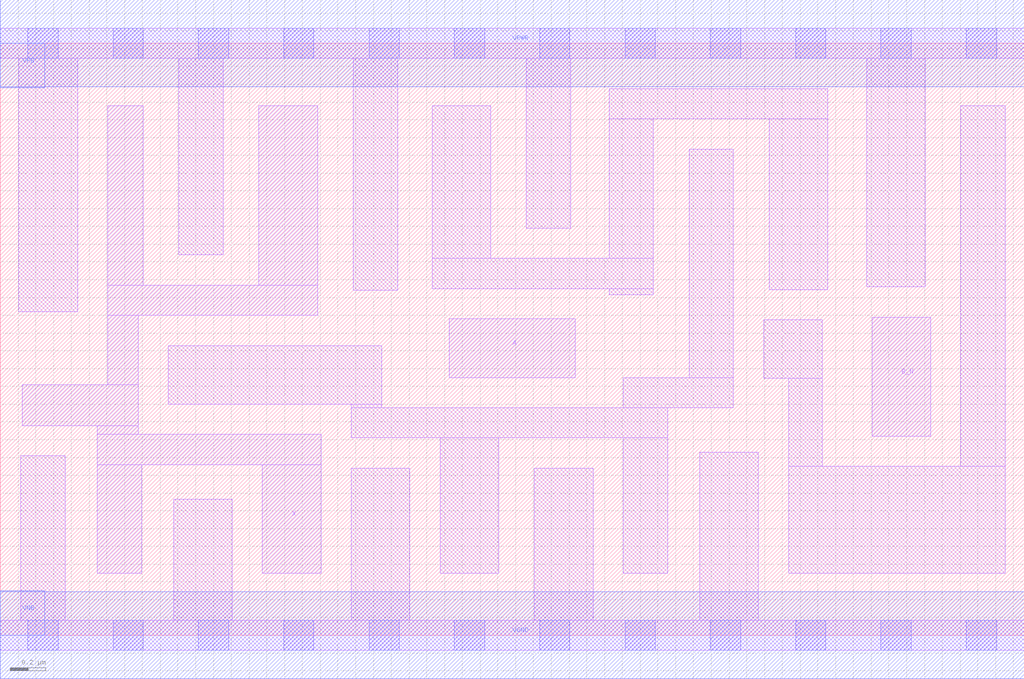
<source format=lef>
# Copyright 2020 The SkyWater PDK Authors
#
# Licensed under the Apache License, Version 2.0 (the "License");
# you may not use this file except in compliance with the License.
# You may obtain a copy of the License at
#
#     https://www.apache.org/licenses/LICENSE-2.0
#
# Unless required by applicable law or agreed to in writing, software
# distributed under the License is distributed on an "AS IS" BASIS,
# WITHOUT WARRANTIES OR CONDITIONS OF ANY KIND, either express or implied.
# See the License for the specific language governing permissions and
# limitations under the License.
#
# SPDX-License-Identifier: Apache-2.0

VERSION 5.5 ;
NAMESCASESENSITIVE ON ;
BUSBITCHARS "[]" ;
DIVIDERCHAR "/" ;
MACRO sky130_fd_sc_hs__or2b_4
  CLASS CORE ;
  SOURCE USER ;
  ORIGIN  0.000000  0.000000 ;
  SIZE  5.760000 BY  3.330000 ;
  SYMMETRY X Y ;
  SITE unit ;
  PIN A
    ANTENNAGATEAREA  0.492000 ;
    DIRECTION INPUT ;
    USE SIGNAL ;
    PORT
      LAYER li1 ;
        RECT 2.525000 1.450000 3.235000 1.780000 ;
    END
  END A
  PIN B_N
    ANTENNAGATEAREA  0.246000 ;
    DIRECTION INPUT ;
    USE SIGNAL ;
    PORT
      LAYER li1 ;
        RECT 4.905000 1.120000 5.235000 1.790000 ;
    END
  END B_N
  PIN X
    ANTENNADIFFAREA  1.104900 ;
    DIRECTION OUTPUT ;
    USE SIGNAL ;
    PORT
      LAYER li1 ;
        RECT 0.125000 1.180000 0.775000 1.410000 ;
        RECT 0.545000 0.350000 0.795000 0.960000 ;
        RECT 0.545000 0.960000 1.805000 1.130000 ;
        RECT 0.545000 1.130000 0.775000 1.180000 ;
        RECT 0.605000 1.410000 0.775000 1.800000 ;
        RECT 0.605000 1.800000 1.785000 1.970000 ;
        RECT 0.605000 1.970000 0.805000 2.980000 ;
        RECT 1.455000 1.970000 1.785000 2.980000 ;
        RECT 1.475000 0.350000 1.805000 0.960000 ;
    END
  END X
  PIN VGND
    DIRECTION INOUT ;
    USE GROUND ;
    PORT
      LAYER met1 ;
        RECT 0.000000 -0.245000 5.760000 0.245000 ;
    END
  END VGND
  PIN VNB
    DIRECTION INOUT ;
    USE GROUND ;
    PORT
    END
  END VNB
  PIN VPB
    DIRECTION INOUT ;
    USE POWER ;
    PORT
    END
  END VPB
  PIN VNB
    DIRECTION INOUT ;
    USE GROUND ;
    PORT
      LAYER met1 ;
        RECT 0.000000 0.000000 0.250000 0.250000 ;
    END
  END VNB
  PIN VPB
    DIRECTION INOUT ;
    USE POWER ;
    PORT
      LAYER met1 ;
        RECT 0.000000 3.080000 0.250000 3.330000 ;
    END
  END VPB
  PIN VPWR
    DIRECTION INOUT ;
    USE POWER ;
    PORT
      LAYER met1 ;
        RECT 0.000000 3.085000 5.760000 3.575000 ;
    END
  END VPWR
  OBS
    LAYER li1 ;
      RECT 0.000000 -0.085000 5.760000 0.085000 ;
      RECT 0.000000  3.245000 5.760000 3.415000 ;
      RECT 0.105000  1.820000 0.435000 3.245000 ;
      RECT 0.115000  0.085000 0.365000 1.010000 ;
      RECT 0.945000  1.300000 2.145000 1.630000 ;
      RECT 0.975000  0.085000 1.305000 0.765000 ;
      RECT 1.005000  2.140000 1.255000 3.245000 ;
      RECT 1.975000  0.085000 2.305000 0.940000 ;
      RECT 1.975000  1.110000 3.755000 1.280000 ;
      RECT 1.975000  1.280000 2.145000 1.300000 ;
      RECT 1.985000  1.940000 2.235000 3.245000 ;
      RECT 2.430000  1.950000 3.675000 2.120000 ;
      RECT 2.430000  2.120000 2.760000 2.980000 ;
      RECT 2.475000  0.350000 2.805000 1.110000 ;
      RECT 2.960000  2.290000 3.210000 3.245000 ;
      RECT 3.005000  0.085000 3.335000 0.940000 ;
      RECT 3.425000  1.915000 3.675000 1.950000 ;
      RECT 3.425000  2.120000 3.675000 2.905000 ;
      RECT 3.425000  2.905000 4.655000 3.075000 ;
      RECT 3.505000  0.350000 3.755000 1.110000 ;
      RECT 3.505000  1.280000 4.125000 1.450000 ;
      RECT 3.875000  1.450000 4.125000 2.735000 ;
      RECT 3.935000  0.085000 4.265000 1.030000 ;
      RECT 4.295000  1.445000 4.625000 1.775000 ;
      RECT 4.325000  1.945000 4.655000 2.905000 ;
      RECT 4.435000  0.350000 5.655000 0.950000 ;
      RECT 4.435000  0.950000 4.625000 1.445000 ;
      RECT 4.875000  1.960000 5.205000 3.245000 ;
      RECT 5.405000  0.950000 5.655000 2.980000 ;
    LAYER mcon ;
      RECT 0.155000 -0.085000 0.325000 0.085000 ;
      RECT 0.155000  3.245000 0.325000 3.415000 ;
      RECT 0.635000 -0.085000 0.805000 0.085000 ;
      RECT 0.635000  3.245000 0.805000 3.415000 ;
      RECT 1.115000 -0.085000 1.285000 0.085000 ;
      RECT 1.115000  3.245000 1.285000 3.415000 ;
      RECT 1.595000 -0.085000 1.765000 0.085000 ;
      RECT 1.595000  3.245000 1.765000 3.415000 ;
      RECT 2.075000 -0.085000 2.245000 0.085000 ;
      RECT 2.075000  3.245000 2.245000 3.415000 ;
      RECT 2.555000 -0.085000 2.725000 0.085000 ;
      RECT 2.555000  3.245000 2.725000 3.415000 ;
      RECT 3.035000 -0.085000 3.205000 0.085000 ;
      RECT 3.035000  3.245000 3.205000 3.415000 ;
      RECT 3.515000 -0.085000 3.685000 0.085000 ;
      RECT 3.515000  3.245000 3.685000 3.415000 ;
      RECT 3.995000 -0.085000 4.165000 0.085000 ;
      RECT 3.995000  3.245000 4.165000 3.415000 ;
      RECT 4.475000 -0.085000 4.645000 0.085000 ;
      RECT 4.475000  3.245000 4.645000 3.415000 ;
      RECT 4.955000 -0.085000 5.125000 0.085000 ;
      RECT 4.955000  3.245000 5.125000 3.415000 ;
      RECT 5.435000 -0.085000 5.605000 0.085000 ;
      RECT 5.435000  3.245000 5.605000 3.415000 ;
  END
END sky130_fd_sc_hs__or2b_4
END LIBRARY

</source>
